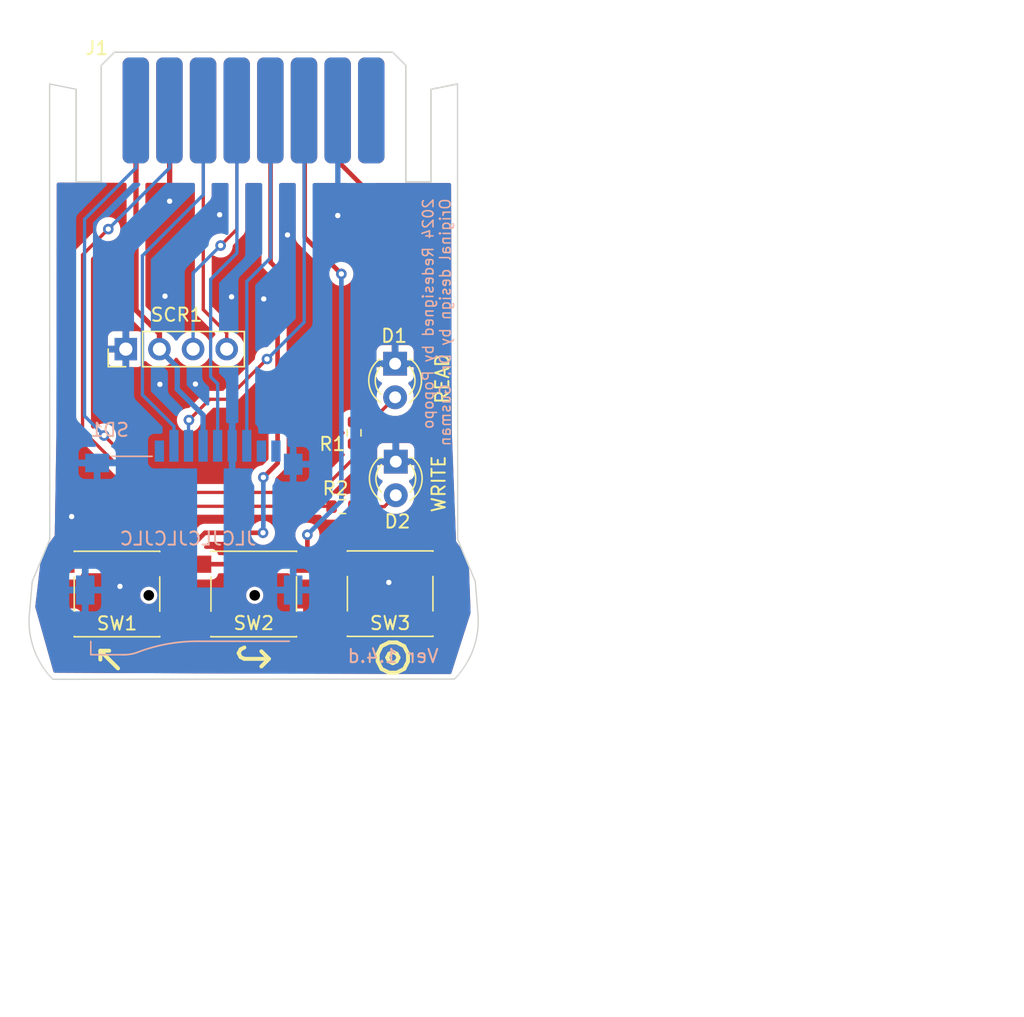
<source format=kicad_pcb>
(kicad_pcb (version 20240108) (generator "pcbnew") (generator_version "8.0")
  (title_block (title "Cartridge") (date "2023-12-10") (rev "1.4.B") (comment 1 "Modified by Popopo") (comment 2 "Original Design: Dr. Gusman"))
  (layers (0 "F.Cu" signal) (31 "B.Cu" signal) (34 "B.Paste" user) (35 "F.Paste" user) (36 "B.SilkS" user "B.Silkscreen") (37 "F.SilkS" user "F.Silkscreen") (38 "B.Mask" user) (39 "F.Mask" user) (44 "Edge.Cuts" user))
  (net 0 "")
  (net 1 "GND")
  (net 2 "Net-(D2-A)")
  (net 3 "+3V3")
  (net 4 "/UI_LD_READ")
  (net 5 "/UI_LD_WRITE")
  (net 6 "/UI_SCR_SDA")
  (net 7 "/UI_SD_CS")
  (net 8 "/UI_SCR_SCL")
  (net 9 "/UI_SD_SCK")
  (net 10 "/UI_BTN_BACK")
  (net 11 "/UI_SD_MISO")
  (net 12 "/UI_BTN_NEXT")
  (net 13 "/UI_SD_MOSI")
  (net 14 "/UI_BTN_SELECT")
  (net 20 "Net-(D1-A)")
  (footprint "Resistor_SMD:R_0603_1608Metric" (layer "F.Cu") (at 150.3 92.325 90)
    (property "Reference" "R1" (at -0.85 -1.65 0) (layer "F.SilkS"))
    (property "Value" "1K")
    (fp_line (start -0.237258 -0.5225) (end 0.237258 -0.5225) (stroke (width 0.12)) (layer "F.SilkS"))
    (fp_line (start -0.237258 0.5225) (end 0.237258 0.5225) (stroke (width 0.12)) (layer "F.SilkS"))
    (pad "1" smd roundrect (at -0.825 0 90) (size 0.8 0.95) (layers "F.Cu" "F.Paste" "F.Mask") (net 4 "/UI_LD_READ"))
    (pad "2" smd roundrect (at 0.825 0 90) (size 0.8 0.95) (layers "F.Cu" "F.Paste" "F.Mask") (net 20 "Net-(D1-A)"))
  )
  (footprint "MicroPicoDrive_Cartridge:Edge" (layer "F.Cu") (at 142.71 67.97)
    (property "Reference" "J1" (at -11.835 -4.705 0) (layer "F.SilkS"))
    (property "Value" "Conn_02x08_Odd_Even")
    (fp_line (start -15.4 -2) (end -13.4 -1.6) (stroke (width 0.1)) (layer "Edge.Cuts"))
    (fp_line (start -15.4 5.4) (end -15.4 -2) (stroke (width 0.1)) (layer "Edge.Cuts"))
    (fp_line (start -13.4 5.4) (end -13.4 -1.6) (stroke (width 0.12)) (layer "Edge.Cuts"))
    (fp_line (start -11.5 -3.4) (end -11.5 5.4) (stroke (width 0.12)) (layer "Edge.Cuts"))
    (fp_line (start -11.5 5.4) (end -13.4 5.4) (stroke (width 0.12)) (layer "Edge.Cuts"))
    (fp_line (start -10.5 -4.4) (end -11.5 -3.4) (stroke (width 0.12)) (layer "Edge.Cuts"))
    (fp_line (start -10.5 -4.4) (end 10.5 -4.4) (stroke (width 0.12)) (layer "Edge.Cuts"))
    (fp_line (start 10.5 -4.4) (end 11.5 -3.4) (stroke (width 0.12)) (layer "Edge.Cuts"))
    (fp_line (start 11.5 -3.4) (end 11.5 5.4) (stroke (width 0.12)) (layer "Edge.Cuts"))
    (fp_line (start 11.5 5.4) (end 13.4 5.4) (stroke (width 0.12)) (layer "Edge.Cuts"))
    (fp_line (start 13.4 -1.6) (end 15.4 -2) (stroke (width 0.12)) (layer "Edge.Cuts"))
    (fp_line (start 13.4 5.4) (end 13.4 -1.6) (stroke (width 0.12)) (layer "Edge.Cuts"))
    (fp_line (start 15.4 5.4) (end 15.4 -2) (stroke (width 0.1)) (layer "Edge.Cuts"))
    (pad "1" smd roundrect (at -8.89 0) (size 2 8) (layers "F.Cu" "F.Paste" "F.Mask") (net 3 "+3V3"))
    (pad "2" smd roundrect (at -8.89 0) (size 2 8) (layers "B.Cu" "B.Paste" "B.Mask") (net 4 "/UI_LD_READ"))
    (pad "3" smd roundrect (at -6.35 0) (size 2 8) (layers "F.Cu" "F.Paste" "F.Mask") (net 1 "GND"))
    (pad "4" smd roundrect (at -6.35 0) (size 2 8) (layers "B.Cu" "B.Paste" "B.Mask") (net 5 "/UI_LD_WRITE"))
    (pad "5" smd roundrect (at -3.81 0) (size 2 8) (layers "F.Cu" "F.Paste" "F.Mask") (net 6 "/UI_SCR_SDA"))
    (pad "6" smd roundrect (at -3.81 0) (size 2 8) (layers "B.Cu" "B.Paste" "B.Mask") (net 7 "/UI_SD_CS"))
    (pad "7" smd roundrect (at -1.27 0) (size 2 8) (layers "F.Cu" "F.Paste" "F.Mask") (net 8 "/UI_SCR_SCL"))
    (pad "8" smd roundrect (at -1.27 0) (size 2 8) (layers "B.Cu" "B.Paste" "B.Mask") (net 9 "/UI_SD_SCK"))
    (pad "9" smd roundrect (at 1.27 0) (size 2 8) (layers "F.Cu" "F.Paste" "F.Mask") (net 10 "/UI_BTN_BACK"))
    (pad "10" smd roundrect (at 1.27 0) (size 2 8) (layers "B.Cu" "B.Paste" "B.Mask") (net 11 "/UI_SD_MISO"))
    (pad "11" smd roundrect (at 3.81 0) (size 2 8) (layers "F.Cu" "F.Paste" "F.Mask") (net 12 "/UI_BTN_NEXT"))
    (pad "12" smd roundrect (at 3.81 0) (size 2 8) (layers "B.Cu" "B.Paste" "B.Mask") (net 13 "/UI_SD_MOSI"))
    (pad "13" smd roundrect (at 6.35 0) (size 2 8) (layers "F.Cu" "F.Paste" "F.Mask") (net 14 "/UI_BTN_SELECT"))
    (pad "14" smd roundrect (at 6.35 0) (size 2 8) (layers "B.Cu" "B.Paste" "B.Mask") (net 1 "GND"))
    (pad "15" smd roundrect (at 8.89 0) (size 2 8) (layers "F.Cu" "F.Paste" "F.Mask"))
    (pad "16" smd roundrect (at 8.89 0) (size 2 8) (layers "B.Cu" "B.Paste" "B.Mask"))
  )
  (footprint "Button_Switch_SMD:SW_SPST_PTS645" (layer "F.Cu") (at 132.4 104.5)
    (property "Reference" "SW1" (at 0 2.225 0) (layer "F.SilkS"))
    (property "Value" "SW_Push")
    (fp_line (start -3.23 -3.23) (end 3.23 -3.23) (stroke (width 0.12)) (layer "F.SilkS"))
    (fp_line (start -3.23 -3.2) (end -3.23 -3.23) (stroke (width 0.12)) (layer "F.SilkS"))
    (fp_line (start -3.23 -1.3) (end -3.23 1.3) (stroke (width 0.12)) (layer "F.SilkS"))
    (fp_line (start -3.23 3.23) (end -3.23 3.2) (stroke (width 0.12)) (layer "F.SilkS"))
    (fp_line (start -3.23 3.23) (end 3.23 3.23) (stroke (width 0.12)) (layer "F.SilkS"))
    (fp_line (start 3.23 -3.23) (end 3.23 -3.2) (stroke (width 0.12)) (layer "F.SilkS"))
    (fp_line (start 3.23 -1.3) (end 3.23 1.3) (stroke (width 0.12)) (layer "F.SilkS"))
    (fp_line (start 3.23 3.23) (end 3.23 3.2) (stroke (width 0.12)) (layer "F.SilkS"))
    (pad "1" smd rect (at -3.98 -2.25) (size 1.55 1.3) (layers "F.Cu" "F.Paste" "F.Mask") (net 10 "/UI_BTN_BACK"))
    (pad "1" smd rect (at 3.98 -2.25) (size 1.55 1.3) (layers "F.Cu" "F.Paste" "F.Mask") (net 10 "/UI_BTN_BACK"))
    (pad "2" smd rect (at -3.98 2.25) (size 1.55 1.3) (layers "F.Cu" "F.Paste" "F.Mask") (net 1 "GND"))
    (pad "2" smd rect (at 3.98 2.25) (size 1.55 1.3) (layers "F.Cu" "F.Paste" "F.Mask") (net 1 "GND"))
  )
  (footprint "LED_THT:LED_D3.0mm" (layer "F.Cu") (at 153.45 94.5 -90)
    (property "Reference" "D2" (at 4.525 -0.125 180) (layer "F.SilkS"))
    (property "Value" "LED")
    (fp_line (start -0.29 1.08) (end -0.29 1.236) (stroke (width 0.12)) (layer "F.SilkS"))
    (fp_line (start -0.29 -1.236) (end -0.29 -1.08) (stroke (width 0.12)) (layer "F.SilkS"))
    (fp_arc (start 2.31113 1.079837) (mid 1.270117 1.5) (end 0.229039 1.08) (stroke (width 0.12)) (layer "F.SilkS"))
    (fp_arc (start 2.942335 1.078608) (mid 1.366487 1.987659) (end -0.29 1.235516) (stroke (width 0.12)) (layer "F.SilkS"))
    (fp_arc (start 0.229039 -1.08) (mid 1.270117 -1.5) (end 2.31113 -1.079837) (stroke (width 0.12)) (layer "F.SilkS"))
    (fp_arc (start -0.29 -1.235516) (mid 1.366487 -1.987659) (end 2.942335 -1.078608) (stroke (width 0.12)) (layer "F.SilkS"))
    (pad "1" thru_hole rect (at 0 0 270) (size 1.8 1.8) (drill 0.9) (layers "*.Cu" "*.Mask") (net 1 "GND"))
    (pad "2" thru_hole circle (at 2.54 0 270) (size 1.8 1.8) (drill 0.9) (layers "*.Cu" "*.Mask") (net 2 "Net-(D2-A)"))
  )
  (footprint "Button_Switch_SMD:SW_SPST_PTS645" (layer "F.Cu") (at 142.725 104.5)
    (property "Reference" "SW2" (at 0 2.2 0) (layer "F.SilkS"))
    (property "Value" "SW_Push")
    (fp_line (start -3.23 -3.23) (end 3.23 -3.23) (stroke (width 0.12)) (layer "F.SilkS"))
    (fp_line (start -3.23 -3.2) (end -3.23 -3.23) (stroke (width 0.12)) (layer "F.SilkS"))
    (fp_line (start -3.23 -1.3) (end -3.23 1.3) (stroke (width 0.12)) (layer "F.SilkS"))
    (fp_line (start -3.23 3.23) (end -3.23 3.2) (stroke (width 0.12)) (layer "F.SilkS"))
    (fp_line (start -3.23 3.23) (end 3.23 3.23) (stroke (width 0.12)) (layer "F.SilkS"))
    (fp_line (start 3.23 -3.23) (end 3.23 -3.2) (stroke (width 0.12)) (layer "F.SilkS"))
    (fp_line (start 3.23 -1.3) (end 3.23 1.3) (stroke (width 0.12)) (layer "F.SilkS"))
    (fp_line (start 3.23 3.23) (end 3.23 3.2) (stroke (width 0.12)) (layer "F.SilkS"))
    (pad "1" smd rect (at -3.98 -2.25) (size 1.55 1.3) (layers "F.Cu" "F.Paste" "F.Mask") (net 12 "/UI_BTN_NEXT"))
    (pad "1" smd rect (at 3.98 -2.25) (size 1.55 1.3) (layers "F.Cu" "F.Paste" "F.Mask") (net 12 "/UI_BTN_NEXT"))
    (pad "2" smd rect (at -3.98 2.25) (size 1.55 1.3) (layers "F.Cu" "F.Paste" "F.Mask") (net 1 "GND"))
    (pad "2" smd rect (at 3.98 2.25) (size 1.55 1.3) (layers "F.Cu" "F.Paste" "F.Mask") (net 1 "GND"))
  )
  (footprint "MicroPicoDrive_Cartridge:Screen" (layer "F.Cu") (at 136.875 86)
    (property "Reference" "SCR1" (at 0.0254 -2.5908 0) (layer "F.SilkS"))
    (property "Value" "Screen")
    (fp_line (start -5.14 1.33) (end -5.14 0) (stroke (width 0.12)) (layer "F.SilkS"))
    (fp_line (start -3.81 1.33) (end -5.14 1.33) (stroke (width 0.12)) (layer "F.SilkS"))
    (fp_line (start -2.54 -1.33) (end 5.14 -1.33) (stroke (width 0.12)) (layer "F.SilkS"))
    (fp_line (start -2.54 1.33) (end -2.54 -1.33) (stroke (width 0.12)) (layer "F.SilkS"))
    (fp_line (start -2.54 1.33) (end 5.14 1.33) (stroke (width 0.12)) (layer "F.SilkS"))
    (fp_line (start 5.14 1.33) (end 5.14 -1.33) (stroke (width 0.12)) (layer "F.SilkS"))
    (pad "1" thru_hole rect (at -3.81 0 90) (size 1.7 1.7) (drill 1) (layers "*.Cu" "*.Mask") (net 1 "GND"))
    (pad "2" thru_hole oval (at -1.27 0 90) (size 1.7 1.7) (drill 1) (layers "*.Cu" "*.Mask") (net 3 "+3V3"))
    (pad "3" thru_hole oval (at 1.27 0 90) (size 1.7 1.7) (drill 1) (layers "*.Cu" "*.Mask") (net 8 "/UI_SCR_SCL"))
    (pad "4" thru_hole oval (at 3.81 0 90) (size 1.7 1.7) (drill 1) (layers "*.Cu" "*.Mask") (net 6 "/UI_SCR_SDA"))
  )
  (footprint "Resistor_SMD:R_0603_1608Metric" (layer "F.Cu") (at 149.425 97.9)
    (property "Reference" "R2" (at -0.525 -1.375 0) (layer "F.SilkS"))
    (property "Value" "1K")
    (fp_line (start -0.237258 -0.5225) (end 0.237258 -0.5225) (stroke (width 0.12)) (layer "F.SilkS"))
    (fp_line (start -0.237258 0.5225) (end 0.237258 0.5225) (stroke (width 0.12)) (layer "F.SilkS"))
    (pad "1" smd roundrect (at -0.825 0) (size 0.8 0.95) (layers "F.Cu" "F.Paste" "F.Mask") (net 5 "/UI_LD_WRITE"))
    (pad "2" smd roundrect (at 0.825 0) (size 0.8 0.95) (layers "F.Cu" "F.Paste" "F.Mask") (net 2 "Net-(D2-A)"))
  )
  (footprint "Button_Switch_SMD:SW_SPST_PTS645" (layer "F.Cu") (at 153.025 104.475)
    (property "Reference" "SW3" (at 0 2.225 0) (layer "F.SilkS"))
    (property "Value" "SW_Push")
    (fp_line (start -3.23 -3.23) (end 3.23 -3.23) (stroke (width 0.12)) (layer "F.SilkS"))
    (fp_line (start -3.23 -3.2) (end -3.23 -3.23) (stroke (width 0.12)) (layer "F.SilkS"))
    (fp_line (start -3.23 -1.3) (end -3.23 1.3) (stroke (width 0.12)) (layer "F.SilkS"))
    (fp_line (start -3.23 3.23) (end -3.23 3.2) (stroke (width 0.12)) (layer "F.SilkS"))
    (fp_line (start -3.23 3.23) (end 3.23 3.23) (stroke (width 0.12)) (layer "F.SilkS"))
    (fp_line (start 3.23 -3.23) (end 3.23 -3.2) (stroke (width 0.12)) (layer "F.SilkS"))
    (fp_line (start 3.23 -1.3) (end 3.23 1.3) (stroke (width 0.12)) (layer "F.SilkS"))
    (fp_line (start 3.23 3.23) (end 3.23 3.2) (stroke (width 0.12)) (layer "F.SilkS"))
    (pad "1" smd rect (at -3.98 -2.25) (size 1.55 1.3) (layers "F.Cu" "F.Paste" "F.Mask") (net 14 "/UI_BTN_SELECT"))
    (pad "1" smd rect (at 3.98 -2.25) (size 1.55 1.3) (layers "F.Cu" "F.Paste" "F.Mask") (net 14 "/UI_BTN_SELECT"))
    (pad "2" smd rect (at -3.98 2.25) (size 1.55 1.3) (layers "F.Cu" "F.Paste" "F.Mask") (net 1 "GND"))
    (pad "2" smd rect (at 3.98 2.25) (size 1.55 1.3) (layers "F.Cu" "F.Paste" "F.Mask") (net 1 "GND"))
  )
  (footprint "LED_THT:LED_D3.0mm" (layer "F.Cu") (at 153.4 87.1 -90)
    (property "Reference" "D1" (at -2.1 0.075 180) (layer "F.SilkS"))
    (property "Value" "LED")
    (fp_line (start -0.29 1.08) (end -0.29 1.236) (stroke (width 0.12)) (layer "F.SilkS"))
    (fp_line (start -0.29 -1.236) (end -0.29 -1.08) (stroke (width 0.12)) (layer "F.SilkS"))
    (fp_arc (start 2.31113 1.079837) (mid 1.270117 1.5) (end 0.229039 1.08) (stroke (width 0.12)) (layer "F.SilkS"))
    (fp_arc (start 2.942335 1.078608) (mid 1.366487 1.987659) (end -0.29 1.235516) (stroke (width 0.12)) (layer "F.SilkS"))
    (fp_arc (start 0.229039 -1.08) (mid 1.270117 -1.5) (end 2.31113 -1.079837) (stroke (width 0.12)) (layer "F.SilkS"))
    (fp_arc (start -0.29 -1.235516) (mid 1.366487 -1.987659) (end 2.942335 -1.078608) (stroke (width 0.12)) (layer "F.SilkS"))
    (pad "1" thru_hole rect (at 0 0 270) (size 1.8 1.8) (drill 0.9) (layers "*.Cu" "*.Mask") (net 1 "GND"))
    (pad "2" thru_hole circle (at 2.54 0 270) (size 1.8 1.8) (drill 0.9) (layers "*.Cu" "*.Mask") (net 20 "Net-(D1-A)"))
  )
  (footprint "MicroPicoDrive_Cartridge:SDCard_Module_changed" (layer "B.Cu") (at 138.95 90.60471 180)
    (property "Reference" "SD1" (at 7.1 -1.5 0) (layer "B.SilkS") (effects (justify mirror)))
    (property "Value" "SDCard Module Adaptor" (hide yes))
    (fp_line (start 8.529 -17.48129) (end 8.529 -18.48129) (stroke (width 0.12)) (layer "B.SilkS"))
    (fp_line (start 8.529 -18.48129) (end 5.9979 -18.48129) (stroke (width 0.127)) (layer "B.SilkS"))
    (fp_line (start 6.95 -3.49529) (end 3.9 -3.49529) (stroke (width 0.127)) (layer "B.SilkS"))
    (fp_line (start 0.4769 -17.46529) (end -6.457 -17.46529) (stroke (width 0.127)) (layer "B.SilkS"))
    (fp_arc (start 4.998 -18.29729) (mid 5.489551 -18.434933) (end 5.9979 -18.48129) (stroke (width 0.127)) (layer "B.SilkS"))
    (fp_arc (start 4.998 -18.29729) (mid 2.775408 -17.675023) (end 0.4769 -17.46529) (stroke (width 0.127)) (layer "B.SilkS"))
    (pad "" np_thru_hole circle (at -3.85 -13.99529 180) (size 0.9 0.9) (drill 0.8) (layers "*.Mask"))
    (pad "" np_thru_hole circle (at 4.15 -13.99529 180) (size 0.9 0.9) (drill 0.8) (layers "*.Mask"))
    (pad "1" smd rect (at 3.35 -3.1 270) (size 1.6 0.7) (layers "B.Cu" "B.Paste" "B.Mask"))
    (pad "2" smd rect (at 2.25 -2.7 270) (size 2.4 0.7) (layers "B.Cu" "B.Paste" "B.Mask") (net 7 "/UI_SD_CS"))
    (pad "3" smd rect (at 1.15 -2.7 270) (size 2.4 0.7) (layers "B.Cu" "B.Paste" "B.Mask") (net 13 "/UI_SD_MOSI"))
    (pad "4" smd rect (at 0.05 -2.7 270) (size 2.4 0.7) (layers "B.Cu" "B.Paste" "B.Mask") (net 3 "+3V3"))
    (pad "5" smd rect (at -1.05 -2.7 270) (size 2.4 0.7) (layers "B.Cu" "B.Paste" "B.Mask") (net 9 "/UI_SD_SCK"))
    (pad "6" smd rect (at -2.15 -2.7 270) (size 2.4 0.7) (layers "B.Cu" "B.Paste" "B.Mask") (net 1 "GND"))
    (pad "7" smd rect (at -3.25 -2.7 270) (size 2.4 0.7) (layers "B.Cu" "B.Paste" "B.Mask") (net 11 "/UI_SD_MISO"))
    (pad "8" smd rect (at -4.35 -3.1 270) (size 1.6 0.7) (layers "B.Cu" "B.Paste" "B.Mask"))
    (pad "9" smd rect (at -5.45 -3.1 270) (size 1.6 0.7) (layers "B.Cu" "B.Paste" "B.Mask"))
    (pad "MP1" smd rect (at -6.75 -4.09529 270) (size 1.6 1.4) (layers "B.Cu" "B.Paste" "B.Mask") (net 1 "GND"))
    (pad "MP2" smd rect (at -6.75 -13.59529 270) (size 2.2 1.4) (layers "B.Cu" "B.Paste" "B.Mask") (net 1 "GND"))
    (pad "MP3" smd rect (at 8.95 -13.59529 270) (size 2.2 1.4) (layers "B.Cu" "B.Paste" "B.Mask") (net 1 "GND"))
    (pad "MP4" smd rect (at 8.05 -3.99529 270) (size 1.4 1.8) (layers "B.Cu" "B.Paste" "B.Mask") (net 1 "GND"))
    (zone (net 0) (net_name "") (layer "B.Cu") (connect_pads (clearance 0)) (min_thickness 0.01)
      (keepout (tracks not_allowed) (vias not_allowed) (pads not_allowed) (copperpour not_allowed) (footprints allowed))
      (fill (thermal_gap 0.508) (thermal_bridge_width 0.508))
      (polygon (pts (xy 140.45137 95) (xy 138.45 95) (xy 138.45 104.00471) (xy 140.45137 104.00471)))
    )
  )
  (gr_line (start 127.325 100.375) (end 126 103.55) (stroke (width 0.1)) (layer "Edge.Cuts"))
  (gr_line (start 127.31 73.37) (end 127.325 100.375) (stroke (width 0.1)) (layer "Edge.Cuts"))
  (gr_line (start 157.884603 110.924348) (end 127.548829 110.941126) (stroke (width 0.1)) (layer "Edge.Cuts"))
  (gr_arc (start 159.662584 106.115659) (mid 159.284294 108.708831) (end 157.884603 110.924348) (stroke (width 0.1)) (layer "Edge.Cuts"))
  (gr_line (start 159.45 103.55) (end 159.662585 106.115659) (stroke (width 0.1)) (layer "Edge.Cuts"))
  (gr_line (start 126 103.55) (end 125.774829 106.131318) (stroke (width 0.1)) (layer "Edge.Cuts"))
  (gr_arc (start 127.548829 110.941126) (mid 126.15 108.725) (end 125.774829 106.131318) (stroke (width 0.1)) (layer "Edge.Cuts"))
  (gr_line (start 158.125 100.375) (end 159.45 103.55) (stroke (width 0.1)) (layer "Edge.Cuts"))
  (gr_line (start 158.11 73.37) (end 158.125 100.375) (stroke (width 0.1)) (layer "Edge.Cuts"))
  (gr_text "2024 Redesigned by Popopo\nOriginal design by Dr. Gusman" (at 157.65 74.55 90) (layer "B.SilkS") (effects (font (size 0.8 0.8) (thickness 0.12)) (justify left bottom mirror)))
  (gr_text "JLCJLCJLCJLC" (at 143 100.9 0) (layer "B.SilkS") (effects (font (size 1 1)) (justify left bottom mirror)))
  (gr_text "Ver 1.4.d" (at 156.775 109.775 0) (layer "B.SilkS") (effects (font (size 1 1)) (justify left bottom mirror)))
  (gr_text "↪" (at 140.675 110.925 0) (layer "F.SilkS") (effects (font (size 3 3) (thickness 0.3)) (justify left bottom)))
  (gr_text "⊚" (at 151.175 110.825 0) (layer "F.SilkS") (effects (font (size 3 3) (thickness 0.3)) (justify left bottom)))
  (gr_text "WRITE\n" (at 157.275 98.425 90) (layer "F.SilkS") (effects (font (size 1 1)) (justify left bottom)))
  (gr_text "READ" (at 157.55 90.225 90) (layer "F.SilkS") (effects (font (size 1 1)) (justify left bottom)))
  (gr_text "↖" (at 130.375 110.475 0) (layer "F.SilkS") (effects (font (size 2 2) (thickness 0.3)) (justify left bottom)))
  (segment (start 136.375 74.825) (end 136.375 67.975) (width 0.4) (layer "F.Cu") (net 1))
  (via (at 135.64 88.66) (size 0.8) (drill 0.4) (layers "F.Cu" "B.Cu") (net 1))
  (via (at 140.15 75.85) (size 0.8) (drill 0.4) (layers "F.Cu" "B.Cu") (net 1))
  (via (at 136.025 82) (size 0.8) (drill 0.4) (layers "F.Cu" "B.Cu") (net 1))
  (via (at 141.05 82.05) (size 0.8) (drill 0.4) (layers "F.Cu" "B.Cu") (net 1))
  (via (at 132.625 103.925) (size 0.8) (drill 0.4) (layers "F.Cu" "B.Cu") (net 1))
  (via (at 128.975 98.65) (size 0.8) (drill 0.4) (layers "F.Cu" "B.Cu") (net 1))
  (via (at 138.32 88.64) (size 0.8) (drill 0.4) (layers "F.Cu" "B.Cu") (net 1))
  (via (at 136.375 74.825) (size 0.8) (drill 0.4) (layers "F.Cu" "B.Cu") (net 1))
  (via (at 149.07 75.91) (size 0.8) (drill 0.4) (layers "F.Cu" "B.Cu") (net 1))
  (via (at 145.275 77.375) (size 0.8) (drill 0.4) (layers "F.Cu" "B.Cu") (net 1))
  (via (at 152.925 103.625) (size 0.8) (drill 0.4) (layers "F.Cu" "B.Cu") (net 1))
  (via (at 143.48 82.21) (size 0.8) (drill 0.4) (layers "F.Cu" "B.Cu") (net 1))
  (segment (start 149.075 75.905) (end 149.075 67.975) (width 0.4) (layer "B.Cu") (net 1))
  (segment (start 149.07 75.91) (end 149.075 75.905) (width 0.4) (layer "B.Cu") (net 1))
  (segment (start 150.25 97.9) (end 152.59 97.9) (width 0.25) (layer "F.Cu") (net 2))
  (segment (start 152.59 97.9) (end 153.45 97.04) (width 0.25) (layer "F.Cu") (net 2))
  (segment (start 133.835 83.06) (end 135.605 84.83) (width 0.4) (layer "F.Cu") (net 3))
  (segment (start 135.605 84.83) (end 135.605 86) (width 0.4) (layer "F.Cu") (net 3))
  (segment (start 133.835 67.975) (end 133.835 83.06) (width 0.4) (layer "F.Cu") (net 3))
  (segment (start 136.95 87.375) (end 135.605 86.03) (width 0.4) (layer "B.Cu") (net 3))
  (segment (start 138.9 93.57971) (end 138.9 90.98) (width 0.4) (layer "B.Cu") (net 3))
  (segment (start 135.605 86) (end 135.605 86.03) (width 0.25) (layer "B.Cu") (net 3))
  (segment (start 138.9 90.98) (end 136.95 89.03) (width 0.4) (layer "B.Cu") (net 3))
  (segment (start 136.95 89.03) (end 136.95 87.375) (width 0.4) (layer "B.Cu") (net 3))
  (segment (start 135.725 96.825) (end 147.7 96.825) (width 0.25) (layer "F.Cu") (net 4))
  (segment (start 131.425 92.525) (end 135.725 96.825) (width 0.25) (layer "F.Cu") (net 4))
  (segment (start 147.7 96.825) (end 150.3 94.225) (width 0.25) (layer "F.Cu") (net 4))
  (segment (start 150.3 94.225) (end 150.3 93.15) (width 0.25) (layer "F.Cu") (net 4))
  (via (at 131.425 92.525) (size 0.8) (drill 0.4) (layers "F.Cu" "B.Cu") (net 4))
  (segment (start 129.95 91.05) (end 129.95 76.1903) (width 0.25) (layer "B.Cu") (net 4))
  (segment (start 129.95 76.1903) (end 133.835 72.3053) (width 0.25) (layer "B.Cu") (net 4))
  (segment (start 133.835 72.3053) (end 133.835 67.975) (width 0.25) (layer "B.Cu") (net 4))
  (segment (start 131.425 92.525) (end 129.95 91.05) (width 0.25) (layer "B.Cu") (net 4))
  (segment (start 131.74355 76.93355) (end 129.8 78.8771) (width 0.25) (layer "F.Cu") (net 5))
  (segment (start 129.8 92.15) (end 135.525 97.875) (width 0.25) (layer "F.Cu") (net 5))
  (segment (start 135.525 97.875) (end 148.575 97.875) (width 0.25) (layer "F.Cu") (net 5))
  (segment (start 129.8 78.8771) (end 129.8 92.15) (width 0.25) (layer "F.Cu") (net 5))
  (segment (start 148.575 97.875) (end 148.6 97.9) (width 0.25) (layer "F.Cu") (net 5))
  (via (at 131.74355 76.93355) (size 0.8) (drill 0.4) (layers "F.Cu" "B.Cu") (net 5))
  (segment (start 136.375 72.3021) (end 136.375 67.975) (width 0.25) (layer "B.Cu") (net 5))
  (segment (start 131.74355 76.93355) (end 136.375 72.3021) (width 0.25) (layer "B.Cu") (net 5))
  (segment (start 138.915 83.015) (end 140.685 84.785) (width 0.25) (layer "F.Cu") (net 6))
  (segment (start 140.685 84.785) (end 140.685 86) (width 0.25) (layer "F.Cu") (net 6))
  (segment (start 138.915 67.975) (end 138.915 83.015) (width 0.25) (layer "F.Cu") (net 6))
  (segment (start 134.32 78.9426) (end 134.32 89.45) (width 0.25) (layer "B.Cu") (net 7))
  (segment (start 134.32 89.45) (end 136.7 91.83) (width 0.25) (layer "B.Cu") (net 7))
  (segment (start 138.915 67.975) (end 138.915 74.3476) (width 0.25) (layer "B.Cu") (net 7))
  (segment (start 136.7 91.83) (end 136.7 93.57971) (width 0.25) (layer "B.Cu") (net 7))
  (segment (start 138.915 74.3476) (end 134.32 78.9426) (width 0.25) (layer "B.Cu") (net 7))
  (segment (start 140.225 78.175) (end 141.455 76.945) (width 0.25) (layer "F.Cu") (net 8))
  (segment (start 141.455 76.945) (end 141.455 67.975) (width 0.25) (layer "F.Cu") (net 8))
  (via (at 140.225 78.175) (size 0.8) (drill 0.4) (layers "F.Cu" "B.Cu") (net 8))
  (segment (start 138.145 86) (end 138.145 80.255) (width 0.25) (layer "B.Cu") (net 8))
  (segment (start 138.145 80.255) (end 140.225 78.175) (width 0.25) (layer "B.Cu") (net 8))
  (segment (start 140 88.62) (end 139.47 88.09) (width 0.25) (layer "B.Cu") (net 9))
  (segment (start 139.47 80.73) (end 141.455 78.745) (width 0.25) (layer "B.Cu") (net 9))
  (segment (start 141.455 78.745) (end 141.455 67.975) (width 0.25) (layer "B.Cu") (net 9))
  (segment (start 139.47 88.09) (end 139.47 80.73) (width 0.25) (layer "B.Cu") (net 9))
  (segment (start 140 93.57971) (end 140 88.62) (width 0.25) (layer "B.Cu") (net 9))
  (segment (start 136.67 102.25) (end 128.5 102.25) (width 0.35) (layer "F.Cu") (net 10))
  (segment (start 143.45 95.69) (end 144.525 94.615) (width 0.35) (layer "F.Cu") (net 10))
  (segment (start 143.425 99.875) (end 139.045 99.875) (width 0.35) (layer "F.Cu") (net 10))
  (segment (start 144.525 79.975) (end 143.995 79.445) (width 0.35) (layer "F.Cu") (net 10))
  (segment (start 128.5 102.25) (end 128.475 102.225) (width 0.25) (layer "F.Cu") (net 10))
  (segment (start 139.045 99.875) (end 136.67 102.25) (width 0.35) (layer "F.Cu") (net 10))
  (segment (start 144.525 94.615) (end 144.525 79.975) (width 0.35) (layer "F.Cu") (net 10))
  (segment (start 143.995 79.445) (end 143.995 67.975) (width 0.35) (layer "F.Cu") (net 10))
  (via (at 143.425 99.875) (size 0.8) (drill 0.4) (layers "F.Cu" "B.Cu") (net 10))
  (via (at 143.45 95.69) (size 0.8) (drill 0.4) (layers "F.Cu" "B.Cu") (net 10))
  (segment (start 143.425 99.875) (end 143.45 99.85) (width 0.35) (layer "B.Cu") (net 10))
  (segment (start 143.45 99.85) (end 143.45 95.69) (width 0.35) (layer "B.Cu") (net 10))
  (segment (start 144 67.98) (end 144 79.1) (width 0.25) (layer "B.Cu") (net 11))
  (segment (start 143.995 67.975) (end 144 67.98) (width 0.25) (layer "B.Cu") (net 11))
  (segment (start 142.2 80.9) (end 142.2 93.57971) (width 0.25) (layer "B.Cu") (net 11))
  (segment (start 144 79.1) (end 142.2 80.9) (width 0.25) (layer "B.Cu") (net 11))
  (segment (start 146.57 77.55) (end 146.57 68.01) (width 0.35) (layer "F.Cu") (net 12))
  (segment (start 146.705 102.25) (end 138.525 102.25) (width 0.35) (layer "F.Cu") (net 12))
  (segment (start 146.57 68.01) (end 146.535 67.975) (width 0.2) (layer "F.Cu") (net 12))
  (segment (start 149.34 80.32) (end 146.57 77.55) (width 0.35) (layer "F.Cu") (net 12))
  (segment (start 146.775 102.18) (end 146.705 102.25) (width 0.35) (layer "F.Cu") (net 12))
  (segment (start 146.775 100.025) (end 146.775 102.18) (width 0.35) (layer "F.Cu") (net 12))
  (via (at 149.34 80.32) (size 0.8) (drill 0.4) (layers "F.Cu" "B.Cu") (net 12))
  (via (at 146.775 100.025) (size 0.8) (drill 0.4) (layers "F.Cu" "B.Cu") (net 12))
  (segment (start 149.34 80.32) (end 149.34 97.46) (width 0.35) (layer "B.Cu") (net 12))
  (segment (start 149.34 97.46) (end 146.775 100.025) (width 0.35) (layer "B.Cu") (net 12))
  (segment (start 143.725 86.75) (end 140.685 89.79) (width 0.25) (layer "F.Cu") (net 13))
  (segment (start 137.8325 91.36) (end 137.8025 91.33) (width 0.2) (layer "F.Cu") (net 13))
  (segment (start 137.8625 91.33) (end 137.8325 91.36) (width 0.2) (layer "F.Cu") (net 13))
  (segment (start 139.4025 89.79) (end 137.8625 91.33) (width 0.25) (layer "F.Cu") (net 13))
  (segment (start 137.8025 91.33) (end 137.7625 91.33) (width 0.2) (layer "F.Cu") (net 13))
  (segment (start 140.685 89.79) (end 139.4025 89.79) (width 0.25) (layer "F.Cu") (net 13))
  (via (at 137.8325 91.36) (size 0.8) (drill 0.4) (layers "F.Cu" "B.Cu") (net 13))
  (via (at 143.725 86.75) (size 0.8) (drill 0.4) (layers "F.Cu" "B.Cu") (net 13))
  (segment (start 146.535 83.965) (end 146.535 67.975) (width 0.25) (layer "B.Cu") (net 13))
  (segment (start 137.8 91.3925) (end 137.8 93.57971) (width 0.25) (layer "B.Cu") (net 13))
  (segment (start 143.75 86.75) (end 146.535 83.965) (width 0.25) (layer "B.Cu") (net 13))
  (segment (start 143.725 86.75) (end 143.75 86.75) (width 0.25) (layer "B.Cu") (net 13))
  (segment (start 137.8325 91.36) (end 137.8 91.3925) (width 0.25) (layer "B.Cu") (net 13))
  (segment (start 149.075 71.805) (end 149.075 67.975) (width 0.35) (layer "F.Cu") (net 14))
  (segment (start 157.005 102.225) (end 156.475 101.695) (width 0.35) (layer "F.Cu") (net 14))
  (segment (start 149.045 102.225) (end 157 102.225) (width 0.35) (layer "F.Cu") (net 14))
  (segment (start 156.475 101.695) (end 156.475 79.205) (width 0.35) (layer "F.Cu") (net 14))
  (segment (start 156.475 79.205) (end 149.075 71.805) (width 0.35) (layer "F.Cu") (net 14))
  (segment (start 151.54 91.5) (end 153.4 89.64) (width 0.25) (layer "F.Cu") (net 20))
  (segment (start 150.3 91.5) (end 151.54 91.5) (width 0.25) (layer "F.Cu") (net 20))
  (zone (net 1) (net_name "GND") (layers "F&B.Cu") (connect_pads (clearance 0.508)) (min_thickness 0.254) (fill yes (thermal_gap 0.508) (thermal_bridge_width 0.508))
    (polygon (pts (xy 157.675 92.15) (xy 158 100.525) (xy 158.95 101.85) (xy 159.1 105.925) (xy 157.625 110.55) (xy 142.6125 110.5125) (xy 127.625 110.45) (xy 126.225 105.475) (xy 126.7 101.475) (xy 127.7 100.075) (xy 127.825 92.525) (xy 127.85 73.425) (xy 142.6375 73.45) (xy 150.68125 73.45) (xy 157.625 73.45)))
  )
)
</source>
